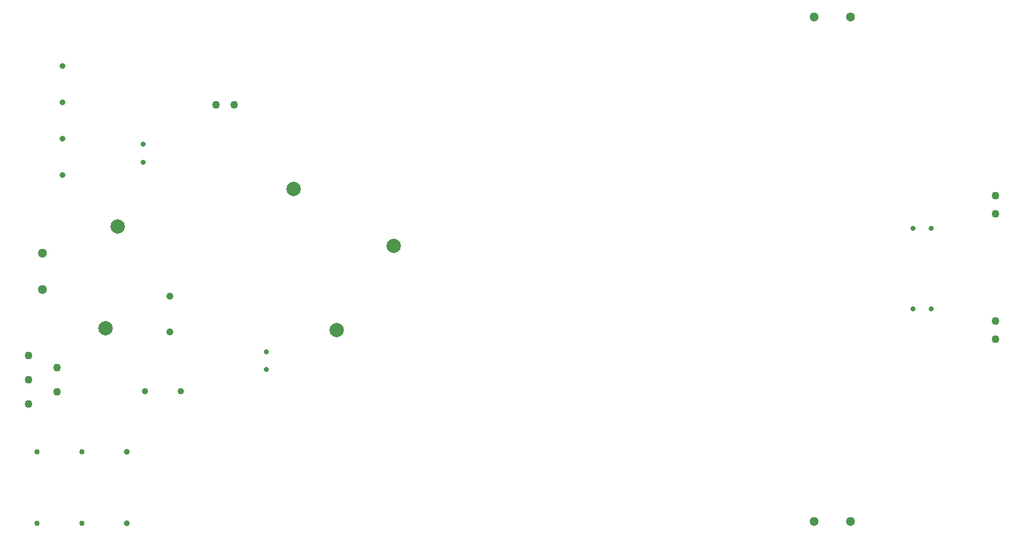
<source format=gbr>
%TF.GenerationSoftware,Altium Limited,Altium Designer,25.2.1 (25)*%
G04 Layer_Color=0*
%FSLAX45Y45*%
%MOMM*%
%TF.SameCoordinates,46C3323E-FFC6-4886-B46B-F64B06BA1E65*%
%TF.FilePolarity,Positive*%
%TF.FileFunction,Plated,1,2,PTH,Drill*%
%TF.Part,Single*%
G01*
G75*
%TA.AperFunction,ComponentDrill*%
%ADD49C,0.90000*%
%ADD50C,0.70000*%
%ADD51C,1.10000*%
%ADD52C,1.10000*%
%ADD53C,1.30000*%
%ADD54C,1.30000*%
%ADD55C,0.75000*%
%ADD56C,0.70000*%
%ADD57C,0.80000*%
%ADD58C,0.80000*%
%ADD59C,1.00000*%
%TA.AperFunction,ViaDrill,NotFilled*%
%ADD60C,2.00000*%
D49*
X2475000Y2300000D02*
D03*
X1975000D02*
D03*
D50*
X1950000Y5750000D02*
D03*
Y5500000D02*
D03*
X3675000Y2850000D02*
D03*
Y2600000D02*
D03*
D51*
X350000Y2115000D02*
D03*
X750000Y2285000D02*
D03*
X350000Y2455000D02*
D03*
X750000Y2625000D02*
D03*
X350000Y2795000D02*
D03*
X13850000Y5027000D02*
D03*
Y4773000D02*
D03*
Y3023000D02*
D03*
Y3277000D02*
D03*
D52*
X3225000Y6300000D02*
D03*
X2971000D02*
D03*
D53*
X550000Y3721000D02*
D03*
Y4229000D02*
D03*
D54*
X11321000Y7525000D02*
D03*
X11829000D02*
D03*
X11825000Y475000D02*
D03*
X11317000D02*
D03*
D55*
X1100000Y450000D02*
D03*
Y1450000D02*
D03*
X475000D02*
D03*
Y450000D02*
D03*
D56*
X12950000Y3450000D02*
D03*
X12700000D02*
D03*
X12950000Y4575000D02*
D03*
X12700000D02*
D03*
D57*
X825000Y5317000D02*
D03*
Y5825000D02*
D03*
Y6333000D02*
D03*
Y6841000D02*
D03*
D58*
X1725000Y450000D02*
D03*
Y1450000D02*
D03*
D59*
X2325000Y3625000D02*
D03*
Y3125000D02*
D03*
D60*
X1600000Y4600000D02*
D03*
X1425000Y3175000D02*
D03*
X5450000Y4325000D02*
D03*
X4650000Y3150000D02*
D03*
X4050000Y5125000D02*
D03*
%TF.MD5,f1d65f7a7bf72a4302a41b6a59a03623*%
M02*

</source>
